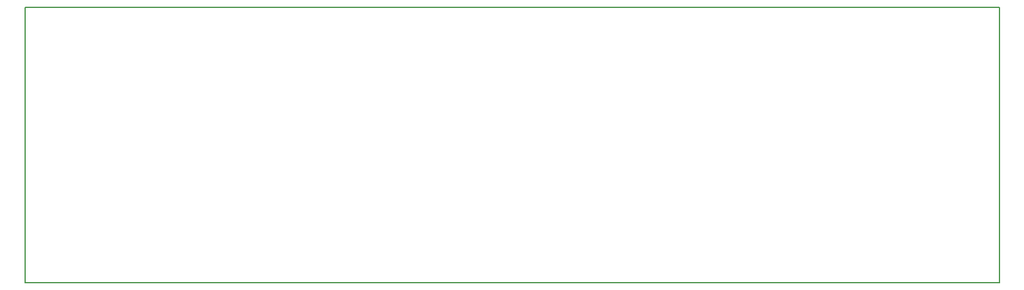
<source format=gko>
G04 #@! TF.FileFunction,Profile,NP*
%FSLAX46Y46*%
G04 Gerber Fmt 4.6, Leading zero omitted, Abs format (unit mm)*
G04 Created by KiCad (PCBNEW 4.0.1-stable) date 2016 February 17, Wednesday 21:26:15*
%MOMM*%
G01*
G04 APERTURE LIST*
%ADD10C,0.100000*%
%ADD11C,0.150000*%
G04 APERTURE END LIST*
D10*
D11*
X76200000Y-114300000D02*
X76200000Y-76200000D01*
X210820000Y-114300000D02*
X76200000Y-114300000D01*
X210820000Y-76200000D02*
X210820000Y-114300000D01*
X76200000Y-76200000D02*
X210820000Y-76200000D01*
M02*

</source>
